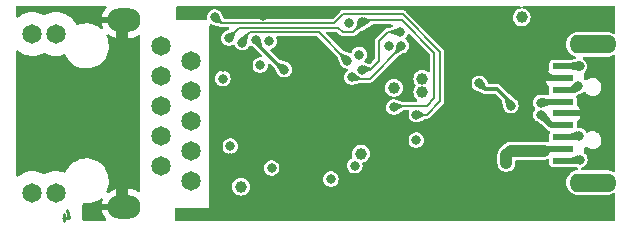
<source format=gbr>
%TF.GenerationSoftware,KiCad,Pcbnew,7.0.9-7.0.9~ubuntu22.04.1*%
%TF.CreationDate,2024-07-08T15:30:03+03:00*%
%TF.ProjectId,USB-GIGABIT_Rev_E,5553422d-4749-4474-9142-49545f526576,E*%
%TF.SameCoordinates,PX3473bc0PY4bd12e0*%
%TF.FileFunction,Copper,L4,Bot*%
%TF.FilePolarity,Positive*%
%FSLAX46Y46*%
G04 Gerber Fmt 4.6, Leading zero omitted, Abs format (unit mm)*
G04 Created by KiCad (PCBNEW 7.0.9-7.0.9~ubuntu22.04.1) date 2024-07-08 15:30:03*
%MOMM*%
%LPD*%
G01*
G04 APERTURE LIST*
%ADD10C,0.222250*%
%TA.AperFunction,NonConductor*%
%ADD11C,0.222250*%
%TD*%
%TA.AperFunction,ComponentPad*%
%ADD12C,1.300000*%
%TD*%
%TA.AperFunction,ComponentPad*%
%ADD13C,1.800000*%
%TD*%
%TA.AperFunction,ComponentPad*%
%ADD14C,1.650000*%
%TD*%
%TA.AperFunction,ComponentPad*%
%ADD15O,2.800000X2.000000*%
%TD*%
%TA.AperFunction,ComponentPad*%
%ADD16O,4.000000X1.600000*%
%TD*%
%TA.AperFunction,SMDPad,CuDef*%
%ADD17R,1.800000X0.500000*%
%TD*%
%TA.AperFunction,ViaPad*%
%ADD18C,0.800000*%
%TD*%
%TA.AperFunction,ViaPad*%
%ADD19C,1.000000*%
%TD*%
%TA.AperFunction,Conductor*%
%ADD20C,1.016000*%
%TD*%
%TA.AperFunction,Conductor*%
%ADD21C,0.508000*%
%TD*%
%TA.AperFunction,Conductor*%
%ADD22C,0.304800*%
%TD*%
%TA.AperFunction,Conductor*%
%ADD23C,0.152400*%
%TD*%
%TA.AperFunction,Conductor*%
%ADD24C,0.254000*%
%TD*%
G04 APERTURE END LIST*
D10*
D11*
X4459116Y965020D02*
X4459116Y372353D01*
X4670783Y1303686D02*
X4882449Y668686D01*
X4882449Y668686D02*
X4332116Y668686D01*
D12*
X27465988Y10694500D03*
X24265988Y10694500D03*
D13*
X25865988Y9094500D03*
D12*
X27465988Y7494500D03*
X24265988Y7494500D03*
D14*
X12691500Y15215000D03*
X15231500Y13945000D03*
X12691500Y12675000D03*
X15231500Y11405000D03*
X12691500Y10135000D03*
X15231500Y8865000D03*
X12691500Y7595000D03*
X15231500Y6325000D03*
X12691500Y5055000D03*
X15231500Y3785000D03*
X3801500Y16231000D03*
X1769500Y16231000D03*
X3801500Y2769000D03*
X1769500Y2769000D03*
D15*
X9541500Y17400000D03*
X9541500Y1600000D03*
D16*
X49200000Y15350000D03*
X49200000Y3650000D03*
D17*
X46700000Y6500000D03*
X46700000Y8500000D03*
X46700000Y10500000D03*
X46700000Y12500000D03*
X46700000Y13500000D03*
X46700000Y11500000D03*
X46700000Y9500000D03*
X46700000Y7500000D03*
X46700000Y5500000D03*
D18*
X24883000Y3554000D03*
D19*
X40758000Y10539000D03*
X43044000Y14984000D03*
X42155000Y8507000D03*
X43679000Y16381000D03*
X37710000Y17270000D03*
D18*
X25899000Y14476000D03*
X17898000Y13460000D03*
D19*
X40758000Y12825000D03*
X38218000Y13460000D03*
X21200000Y2157000D03*
X46854000Y1141000D03*
X44949000Y13206000D03*
X19295000Y1014000D03*
D18*
X21327000Y17778000D03*
X24883000Y4443000D03*
X18533000Y5713000D03*
X22724000Y18159000D03*
X20311000Y14603000D03*
X19694500Y9142000D03*
D19*
X48759000Y8761000D03*
D18*
X33265000Y6475000D03*
D19*
X33392000Y12571000D03*
D18*
X31614000Y5078000D03*
X30217000Y16254000D03*
D19*
X22978000Y1014000D03*
X48759000Y10031000D03*
D18*
X34281000Y7237000D03*
X28566000Y17143000D03*
D19*
X29582000Y6104503D03*
X19422000Y3300000D03*
D18*
X21073000Y13587000D03*
D19*
X43195230Y17626770D03*
X32376000Y11682000D03*
D18*
X31995000Y15238000D03*
D19*
X9389000Y7872000D03*
X6595000Y7872000D03*
X8881000Y4189000D03*
X9389000Y10920000D03*
X1388000Y7618000D03*
X1388000Y10666000D03*
X1388000Y13968000D03*
X3801000Y10666000D03*
D18*
X39615000Y12044500D03*
X42282000Y10158000D03*
X27042000Y3935000D03*
X29455000Y14476000D03*
D19*
X34789000Y11301000D03*
D18*
X29074000Y5078000D03*
X17898000Y12444000D03*
X18533000Y6729000D03*
D19*
X34789000Y12444000D03*
D18*
X22033476Y4879524D03*
X21835000Y15619000D03*
X33011000Y15238000D03*
X28820000Y12571000D03*
X20692000Y15746000D03*
X23105000Y13206000D03*
X47997000Y11809000D03*
X48098600Y13500000D03*
D19*
X41901000Y5332000D03*
X42282000Y6348000D03*
D18*
X34281000Y9396000D03*
X17212200Y17651000D03*
X18406000Y15873000D03*
X29709000Y17270000D03*
X32376000Y10031000D03*
X44822000Y10412000D03*
X44822000Y9396000D03*
X48060108Y7618000D03*
X48124000Y5586000D03*
X32884000Y16381000D03*
X29709000Y13206000D03*
X28439000Y13968000D03*
X19549000Y15492000D03*
D20*
X48759000Y9523000D02*
X48759000Y8761000D01*
D21*
X48736000Y9500000D02*
X48759000Y9523000D01*
D20*
X48759000Y10031000D02*
X48759000Y9523000D01*
D21*
X46700000Y9500000D02*
X48736000Y9500000D01*
X45655000Y12500000D02*
X46703500Y12500000D01*
X44949000Y13206000D02*
X45655000Y12500000D01*
D20*
X9541500Y17400000D02*
X9389000Y17247500D01*
X9389000Y17247500D02*
X9389000Y1752500D01*
X9389000Y1752500D02*
X9541500Y1600000D01*
D22*
X40104500Y11555000D02*
X39615000Y12044500D01*
X42282000Y10412000D02*
X41139000Y11555000D01*
X41139000Y11555000D02*
X40104500Y11555000D01*
X42282000Y10158000D02*
X42282000Y10412000D01*
D23*
X30344000Y12444000D02*
X33011000Y15111000D01*
X33011000Y15111000D02*
X33011000Y15238000D01*
X28947000Y12444000D02*
X30344000Y12444000D01*
X28820000Y12571000D02*
X28947000Y12444000D01*
D24*
X20692000Y15492000D02*
X22978000Y13206000D01*
X20692000Y15746000D02*
X20692000Y15492000D01*
X22978000Y13206000D02*
X23105000Y13206000D01*
D21*
X47997000Y11809000D02*
X47688000Y11500000D01*
X47688000Y11500000D02*
X46700000Y11500000D01*
X48098600Y13500000D02*
X46700000Y13500000D01*
D20*
X41901000Y5967000D02*
X41901000Y5332000D01*
D21*
X46700000Y6500000D02*
X45228000Y6500000D01*
X45228000Y6500000D02*
X45076000Y6348000D01*
D20*
X42282000Y6348000D02*
X41901000Y5967000D01*
X42282000Y6348000D02*
X45076000Y6348000D01*
D23*
X27296000Y17143000D02*
X28058000Y17905000D01*
X28058000Y17905000D02*
X33138000Y17905000D01*
X33138000Y17905000D02*
X36313000Y14730000D01*
X17212200Y17651000D02*
X17720200Y17143000D01*
X35170000Y9396000D02*
X34281000Y9396000D01*
X36313000Y14730000D02*
X36313000Y10539000D01*
X17720200Y17143000D02*
X27296000Y17143000D01*
X36313000Y10539000D02*
X35170000Y9396000D01*
X35805000Y14603000D02*
X33036400Y17371600D01*
X29810600Y17371600D02*
X29709000Y17270000D01*
X27677000Y16762000D02*
X28058000Y16381000D01*
X28058000Y16381000D02*
X28947000Y16381000D01*
X32503000Y10158000D02*
X35170000Y10158000D01*
X19295000Y16762000D02*
X27677000Y16762000D01*
X28947000Y16381000D02*
X29709000Y17143000D01*
X35170000Y10158000D02*
X35805000Y10793000D01*
X32376000Y10031000D02*
X32503000Y10158000D01*
X29709000Y17143000D02*
X29709000Y17270000D01*
X35805000Y10793000D02*
X35805000Y14603000D01*
X33036400Y17371600D02*
X29810600Y17371600D01*
X18406000Y15873000D02*
X19295000Y16762000D01*
D21*
X44910000Y10500000D02*
X44822000Y10412000D01*
X46700000Y10500000D02*
X44910000Y10500000D01*
X45718000Y8500000D02*
X44822000Y9396000D01*
X46700000Y8500000D02*
X45718000Y8500000D01*
X48060108Y7618000D02*
X47942108Y7500000D01*
X47942108Y7500000D02*
X46700000Y7500000D01*
X48038000Y5500000D02*
X46700000Y5500000D01*
X48124000Y5586000D02*
X48038000Y5500000D01*
D23*
X31106000Y15619000D02*
X31106000Y13968000D01*
X32884000Y16381000D02*
X31868000Y16381000D01*
X31868000Y16381000D02*
X31106000Y15619000D01*
X30344000Y13206000D02*
X29709000Y13206000D01*
X31106000Y13968000D02*
X30344000Y13206000D01*
X26026000Y16381000D02*
X28439000Y13968000D01*
X19549000Y15746000D02*
X20184000Y16381000D01*
X20184000Y16381000D02*
X26026000Y16381000D01*
X19549000Y15492000D02*
X19549000Y15746000D01*
%TA.AperFunction,Conductor*%
G36*
X7695615Y2336405D02*
G01*
X7746562Y2286959D01*
X7762688Y2217818D01*
X7756062Y2184015D01*
X7682417Y1969495D01*
X7682415Y1969486D01*
X7662477Y1850001D01*
X7662477Y1850000D01*
X8707814Y1850000D01*
X8682007Y1809844D01*
X8641500Y1671889D01*
X8641500Y1528111D01*
X8682007Y1390156D01*
X8707814Y1350000D01*
X7662477Y1350000D01*
X7682415Y1230515D01*
X7682417Y1230506D01*
X7763130Y995395D01*
X7763132Y995393D01*
X7881445Y776767D01*
X7881451Y776758D01*
X8030789Y584891D01*
X8056846Y518849D01*
X8043061Y449204D01*
X7993811Y398067D01*
X7931358Y381500D01*
X6136345Y381500D01*
X6068224Y401502D01*
X6021731Y455158D01*
X6010345Y507500D01*
X6010345Y1766865D01*
X6030347Y1834986D01*
X6084003Y1881479D01*
X6154275Y1891583D01*
X6194861Y1885610D01*
X6202400Y1884500D01*
X6202401Y1884500D01*
X6410965Y1884500D01*
X6443815Y1886905D01*
X6618955Y1899723D01*
X6890497Y1960212D01*
X7150338Y2059592D01*
X7392940Y2195747D01*
X7559881Y2324656D01*
X7626023Y2350458D01*
X7695615Y2336405D01*
G37*
%TD.AperFunction*%
%TA.AperFunction,Conductor*%
G36*
X9791500Y15900000D02*
G01*
X10003545Y15900000D01*
X10189243Y15915389D01*
X10430216Y15976412D01*
X10657864Y16076267D01*
X10657870Y16076271D01*
X10718085Y16115610D01*
X10786053Y16136123D01*
X10854322Y16116634D01*
X10901217Y16063329D01*
X10913000Y16010127D01*
X10913000Y15716139D01*
X10910121Y15689356D01*
X10864087Y15477739D01*
X10845296Y15215000D01*
X10864087Y14952262D01*
X10864088Y14952258D01*
X10890112Y14832624D01*
X10910121Y14740646D01*
X10913000Y14713863D01*
X10913000Y13176139D01*
X10910121Y13149356D01*
X10864087Y12937739D01*
X10845296Y12675000D01*
X10864087Y12412262D01*
X10910121Y12200646D01*
X10913000Y12173863D01*
X10913000Y10636139D01*
X10910121Y10609356D01*
X10864087Y10397739D01*
X10845296Y10135000D01*
X10864087Y9872262D01*
X10910121Y9660646D01*
X10913000Y9633863D01*
X10913000Y8096139D01*
X10910121Y8069356D01*
X10864087Y7857739D01*
X10845296Y7595000D01*
X10864087Y7332262D01*
X10910121Y7120646D01*
X10913000Y7093863D01*
X10913000Y5556139D01*
X10910121Y5529356D01*
X10864087Y5317739D01*
X10845296Y5055000D01*
X10864087Y4792262D01*
X10864088Y4792258D01*
X10893660Y4656314D01*
X10910121Y4580646D01*
X10913000Y4553863D01*
X10913000Y2989874D01*
X10892998Y2921753D01*
X10839342Y2875260D01*
X10769068Y2865156D01*
X10718086Y2884390D01*
X10657867Y2923732D01*
X10657864Y2923734D01*
X10430215Y3023589D01*
X10430217Y3023589D01*
X10189243Y3084612D01*
X10003545Y3100000D01*
X9791500Y3100000D01*
X9791500Y2100000D01*
X9291500Y2100000D01*
X9291500Y3100000D01*
X9079455Y3100000D01*
X8893756Y3084612D01*
X8652783Y3023589D01*
X8425136Y2923734D01*
X8237447Y2801112D01*
X8169478Y2780600D01*
X8101209Y2800090D01*
X8054315Y2853395D01*
X8043683Y2923591D01*
X8056474Y2964207D01*
X8095297Y3039717D01*
X8185121Y3303014D01*
X8235652Y3576584D01*
X8245813Y3854596D01*
X8215386Y4131124D01*
X8202314Y4181123D01*
X8145019Y4400279D01*
X8104918Y4494644D01*
X8036216Y4656314D01*
X7891292Y4893781D01*
X7713337Y5107617D01*
X7506143Y5293263D01*
X7274127Y5446763D01*
X7138360Y5510408D01*
X7022234Y5564846D01*
X6942763Y5588756D01*
X6755831Y5644995D01*
X6755826Y5644996D01*
X6755822Y5644997D01*
X6480603Y5685500D01*
X6480599Y5685500D01*
X6272037Y5685500D01*
X6272035Y5685500D01*
X6064041Y5670277D01*
X5792509Y5609790D01*
X5792497Y5609786D01*
X5532661Y5510408D01*
X5290059Y5374253D01*
X5069866Y5204225D01*
X5069865Y5204224D01*
X4876780Y5003954D01*
X4714904Y4777693D01*
X4600455Y4555087D01*
X4551519Y4503651D01*
X4482542Y4486836D01*
X4444366Y4494644D01*
X4420217Y4503651D01*
X4321636Y4540420D01*
X4136718Y4580646D01*
X4064238Y4596413D01*
X3801500Y4615204D01*
X3538761Y4596413D01*
X3281366Y4540421D01*
X3034557Y4448366D01*
X2845885Y4345343D01*
X2776511Y4330252D01*
X2725115Y4345343D01*
X2536442Y4448366D01*
X2289633Y4540421D01*
X2032238Y4596413D01*
X1769500Y4615204D01*
X1506761Y4596413D01*
X1249366Y4540421D01*
X1002557Y4448366D01*
X771367Y4322126D01*
X583009Y4181123D01*
X516489Y4156312D01*
X447115Y4171403D01*
X396912Y4221606D01*
X381500Y4281991D01*
X381500Y14718010D01*
X401502Y14786131D01*
X455158Y14832624D01*
X525432Y14842728D01*
X583005Y14818880D01*
X771367Y14677874D01*
X1002559Y14551634D01*
X1249364Y14459580D01*
X1506758Y14403588D01*
X1769500Y14384796D01*
X2032242Y14403588D01*
X2289636Y14459580D01*
X2536441Y14551634D01*
X2725117Y14654659D01*
X2794488Y14669750D01*
X2845881Y14654660D01*
X3034559Y14551634D01*
X3281364Y14459580D01*
X3538758Y14403588D01*
X3801500Y14384796D01*
X4064242Y14403588D01*
X4321636Y14459580D01*
X4446908Y14506306D01*
X4517723Y14511371D01*
X4580036Y14477346D01*
X4606905Y14437529D01*
X4646783Y14343687D01*
X4646784Y14343686D01*
X4791708Y14106219D01*
X4969663Y13892383D01*
X5176857Y13706737D01*
X5408873Y13553237D01*
X5660767Y13435154D01*
X5927169Y13355005D01*
X6202395Y13314501D01*
X6202398Y13314500D01*
X6202401Y13314500D01*
X6410965Y13314500D01*
X6443815Y13316905D01*
X6618955Y13329723D01*
X6890497Y13390212D01*
X7150338Y13489592D01*
X7392940Y13625747D01*
X7613132Y13795774D01*
X7806222Y13996049D01*
X7968093Y14222304D01*
X8095297Y14469717D01*
X8185121Y14733014D01*
X8235652Y15006584D01*
X8245813Y15284596D01*
X8215386Y15561124D01*
X8145020Y15830276D01*
X8054748Y16042703D01*
X8046516Y16113218D01*
X8077714Y16176993D01*
X8138439Y16213776D01*
X8209410Y16211890D01*
X8239628Y16197463D01*
X8425129Y16076271D01*
X8425135Y16076267D01*
X8652784Y15976412D01*
X8652782Y15976412D01*
X8893756Y15915389D01*
X9079455Y15900000D01*
X9291500Y15900000D01*
X9291500Y16900000D01*
X9791500Y16900000D01*
X9791500Y15900000D01*
G37*
%TD.AperFunction*%
%TA.AperFunction,Conductor*%
G36*
X7999479Y18598498D02*
G01*
X8045972Y18544842D01*
X8056076Y18474568D01*
X8030789Y18415109D01*
X7881451Y18223243D01*
X7881445Y18223234D01*
X7763132Y18004608D01*
X7763130Y18004606D01*
X7682417Y17769495D01*
X7682415Y17769486D01*
X7662477Y17650001D01*
X7662477Y17650000D01*
X8707814Y17650000D01*
X8682007Y17609844D01*
X8641500Y17471889D01*
X8641500Y17328111D01*
X8682007Y17190156D01*
X8707814Y17150000D01*
X7662477Y17150000D01*
X7682415Y17030515D01*
X7682417Y17030506D01*
X7755953Y16816303D01*
X7759153Y16745378D01*
X7723501Y16683983D01*
X7660315Y16651609D01*
X7589657Y16658534D01*
X7552699Y16681549D01*
X7506143Y16723263D01*
X7274127Y16876763D01*
X7022234Y16994846D01*
X6903675Y17030515D01*
X6755831Y17074995D01*
X6755826Y17074996D01*
X6755822Y17074997D01*
X6480603Y17115500D01*
X6480599Y17115500D01*
X6272037Y17115500D01*
X6272035Y17115500D01*
X6064041Y17100277D01*
X5792509Y17039790D01*
X5792497Y17039786D01*
X5618636Y16973290D01*
X5547865Y16967637D01*
X5485272Y17001144D01*
X5463039Y17030588D01*
X5354626Y17229133D01*
X5196768Y17440007D01*
X5196766Y17440009D01*
X5196758Y17440018D01*
X5010517Y17626259D01*
X5010508Y17626267D01*
X5005524Y17629998D01*
X4799633Y17784126D01*
X4615482Y17884680D01*
X4568442Y17910366D01*
X4321633Y18002421D01*
X4064238Y18058413D01*
X3801500Y18077204D01*
X3538761Y18058413D01*
X3281366Y18002421D01*
X3034557Y17910366D01*
X2845885Y17807343D01*
X2776511Y17792252D01*
X2725115Y17807343D01*
X2536442Y17910366D01*
X2289633Y18002421D01*
X2032238Y18058413D01*
X1769500Y18077204D01*
X1506761Y18058413D01*
X1249366Y18002421D01*
X1002557Y17910366D01*
X846134Y17824952D01*
X771367Y17784126D01*
X592196Y17650000D01*
X583009Y17643123D01*
X516489Y17618312D01*
X447115Y17633403D01*
X396912Y17683606D01*
X381500Y17743991D01*
X381500Y18492500D01*
X401502Y18560621D01*
X455158Y18607114D01*
X507500Y18618500D01*
X7931358Y18618500D01*
X7999479Y18598498D01*
G37*
%TD.AperFunction*%
%TA.AperFunction,Conductor*%
G36*
X43082825Y18598498D02*
G01*
X43129318Y18544842D01*
X43139422Y18474568D01*
X43109928Y18409988D01*
X43050202Y18371604D01*
X43028820Y18367294D01*
X43026276Y18367007D01*
X43026273Y18367007D01*
X43026273Y18367006D01*
X42865792Y18310852D01*
X42865790Y18310851D01*
X42721830Y18220395D01*
X42721827Y18220393D01*
X42601607Y18100173D01*
X42601605Y18100170D01*
X42511149Y17956210D01*
X42511148Y17956208D01*
X42459562Y17808782D01*
X42454993Y17795724D01*
X42435956Y17626770D01*
X42454993Y17457816D01*
X42469789Y17415531D01*
X42511148Y17297333D01*
X42511149Y17297331D01*
X42601605Y17153371D01*
X42601607Y17153368D01*
X42721827Y17033148D01*
X42721830Y17033146D01*
X42865793Y16942688D01*
X43026276Y16886533D01*
X43195230Y16867496D01*
X43364184Y16886533D01*
X43524667Y16942688D01*
X43668630Y17033146D01*
X43788854Y17153370D01*
X43879312Y17297333D01*
X43935467Y17457816D01*
X43954504Y17626770D01*
X43935467Y17795724D01*
X43879312Y17956207D01*
X43788854Y18100170D01*
X43788852Y18100173D01*
X43668632Y18220393D01*
X43668629Y18220395D01*
X43524669Y18310851D01*
X43524667Y18310852D01*
X43364184Y18367007D01*
X43361645Y18367294D01*
X43360119Y18367935D01*
X43357286Y18368581D01*
X43357399Y18369078D01*
X43296195Y18394796D01*
X43256002Y18453320D01*
X43253831Y18524284D01*
X43290369Y18585156D01*
X43354018Y18616611D01*
X43375756Y18618500D01*
X50992500Y18618500D01*
X51060621Y18598498D01*
X51107114Y18544842D01*
X51118500Y18492500D01*
X51118500Y16371857D01*
X51098498Y16303736D01*
X51044842Y16257243D01*
X50974568Y16247139D01*
X50933104Y16260735D01*
X50805492Y16328945D01*
X50606718Y16389242D01*
X50606717Y16389243D01*
X50606711Y16389244D01*
X50451807Y16404500D01*
X50451801Y16404500D01*
X47948199Y16404500D01*
X47948192Y16404500D01*
X47793288Y16389244D01*
X47594507Y16328945D01*
X47411313Y16231026D01*
X47411313Y16231025D01*
X47250747Y16099253D01*
X47118975Y15938687D01*
X47118974Y15938687D01*
X47021055Y15755493D01*
X46960756Y15556712D01*
X46940398Y15350004D01*
X46940398Y15349997D01*
X46960756Y15143289D01*
X47021055Y14944508D01*
X47118974Y14761314D01*
X47250747Y14600748D01*
X47411313Y14468976D01*
X47411313Y14468975D01*
X47451419Y14447538D01*
X47594508Y14371055D01*
X47712415Y14335289D01*
X47771794Y14296375D01*
X47800710Y14231534D01*
X47789980Y14161353D01*
X47743011Y14108114D01*
X47698460Y14090762D01*
X47258929Y14010547D01*
X47236307Y14008500D01*
X46663630Y14008500D01*
X46644724Y14005782D01*
X46626796Y14004500D01*
X45774936Y14004500D01*
X45774926Y14004499D01*
X45700699Y13989735D01*
X45616515Y13933484D01*
X45560266Y13849303D01*
X45545500Y13775070D01*
X45545500Y13257127D01*
X45525498Y13189006D01*
X45495011Y13156260D01*
X45437094Y13112903D01*
X45349555Y12995966D01*
X45349555Y12995965D01*
X45298505Y12859094D01*
X45292000Y12798598D01*
X45292000Y12750000D01*
X46824000Y12750000D01*
X46892121Y12729998D01*
X46938614Y12676342D01*
X46950000Y12624000D01*
X46950000Y12376000D01*
X46929998Y12307879D01*
X46876342Y12261386D01*
X46824000Y12250000D01*
X45292000Y12250000D01*
X45292000Y12201403D01*
X45298505Y12140907D01*
X45349555Y12004036D01*
X45349555Y12004035D01*
X45437093Y11887099D01*
X45495009Y11843744D01*
X45537555Y11786908D01*
X45545500Y11742875D01*
X45545500Y11224937D01*
X45545501Y11224927D01*
X45554840Y11177979D01*
X45548511Y11107265D01*
X45504957Y11051198D01*
X45438004Y11027580D01*
X45421947Y11027744D01*
X44906721Y11065933D01*
X44903788Y11066219D01*
X44901473Y11066500D01*
X44901471Y11066500D01*
X44901392Y11066500D01*
X44896751Y11066672D01*
X44849091Y11070204D01*
X44843625Y11070413D01*
X44834345Y11070602D01*
X44834344Y11070602D01*
X44834342Y11070602D01*
X44834338Y11070602D01*
X44834336Y11070601D01*
X44825469Y11068860D01*
X44801196Y11066500D01*
X44742527Y11066500D01*
X44588209Y11028464D01*
X44588202Y11028461D01*
X44447474Y10954602D01*
X44447469Y10954598D01*
X44328501Y10849200D01*
X44238215Y10718399D01*
X44238212Y10718393D01*
X44181849Y10569780D01*
X44162693Y10412004D01*
X44162693Y10411997D01*
X44181849Y10254221D01*
X44221111Y10150699D01*
X44235444Y10112905D01*
X44238212Y10105608D01*
X44238215Y10105602D01*
X44327965Y9975576D01*
X44350201Y9908151D01*
X44332454Y9839408D01*
X44327965Y9832424D01*
X44238215Y9702399D01*
X44238212Y9702393D01*
X44181849Y9553780D01*
X44162693Y9396004D01*
X44162693Y9395997D01*
X44181849Y9238221D01*
X44238212Y9089608D01*
X44238215Y9089602D01*
X44328500Y8958801D01*
X44328501Y8958800D01*
X44328502Y8958799D01*
X44394681Y8900170D01*
X44398131Y8896871D01*
X44403098Y8891744D01*
X44404949Y8890464D01*
X44410908Y8885794D01*
X44447471Y8853401D01*
X44490122Y8831017D01*
X44496671Y8827054D01*
X45054722Y8441256D01*
X45072165Y8426707D01*
X45310199Y8188673D01*
X45327101Y8167700D01*
X45329748Y8163581D01*
X45329750Y8163578D01*
X45369570Y8129075D01*
X45372850Y8126022D01*
X45384152Y8114720D01*
X45391176Y8109462D01*
X45396932Y8105153D01*
X45400435Y8102329D01*
X45436614Y8070980D01*
X45440257Y8067824D01*
X45442602Y8066754D01*
X45444708Y8065791D01*
X45467877Y8052044D01*
X45471792Y8049113D01*
X45471794Y8049113D01*
X45471796Y8049111D01*
X45500284Y8038486D01*
X45557120Y7995941D01*
X45581932Y7929421D01*
X45566842Y7860047D01*
X45561019Y7850430D01*
X45560266Y7849304D01*
X45545500Y7775070D01*
X45545500Y7224937D01*
X45545501Y7224927D01*
X45552533Y7189577D01*
X45546204Y7118863D01*
X45502649Y7062796D01*
X45435696Y7039178D01*
X45372406Y7052399D01*
X45338569Y7069393D01*
X45338566Y7069394D01*
X45313220Y7075401D01*
X45165123Y7110500D01*
X45165121Y7110500D01*
X42346727Y7110500D01*
X42328467Y7111830D01*
X42304327Y7115366D01*
X42304325Y7115366D01*
X42304324Y7115366D01*
X42284292Y7113614D01*
X42251449Y7110740D01*
X42245965Y7110500D01*
X42237583Y7110500D01*
X42204472Y7106630D01*
X42126765Y7099832D01*
X42119578Y7098347D01*
X42119565Y7098406D01*
X42112081Y7096747D01*
X42112095Y7096689D01*
X42104950Y7094996D01*
X42031627Y7068308D01*
X41957559Y7043766D01*
X41950913Y7040666D01*
X41950888Y7040720D01*
X41943987Y7037379D01*
X41944014Y7037325D01*
X41937463Y7034036D01*
X41904216Y7012170D01*
X41872276Y6991162D01*
X41837591Y6969767D01*
X41805848Y6950187D01*
X41800097Y6945639D01*
X41800060Y6945686D01*
X41794122Y6940850D01*
X41794161Y6940804D01*
X41788540Y6936088D01*
X41734994Y6879333D01*
X41407602Y6551942D01*
X41393753Y6539972D01*
X41374179Y6525399D01*
X41374176Y6525397D01*
X41340056Y6484735D01*
X41336349Y6480689D01*
X41330428Y6474767D01*
X41330428Y6474766D01*
X41309754Y6448621D01*
X41259604Y6388853D01*
X41255574Y6382725D01*
X41255523Y6382758D01*
X41251405Y6376294D01*
X41251455Y6376263D01*
X41247607Y6370026D01*
X41214625Y6299295D01*
X41179604Y6229562D01*
X41177095Y6222668D01*
X41177039Y6222689D01*
X41174525Y6215455D01*
X41174582Y6215436D01*
X41172275Y6208476D01*
X41156498Y6132066D01*
X41138499Y6056122D01*
X41137648Y6048833D01*
X41137587Y6048841D01*
X41136809Y6041227D01*
X41136871Y6041221D01*
X41136231Y6033910D01*
X41138500Y5955925D01*
X41138500Y5287586D01*
X41154001Y5154959D01*
X41154002Y5154957D01*
X41214964Y4987464D01*
X41214967Y4987458D01*
X41312910Y4838543D01*
X41312914Y4838539D01*
X41312915Y4838538D01*
X41383863Y4771602D01*
X41442567Y4716217D01*
X41573191Y4640801D01*
X41596933Y4627094D01*
X41767692Y4575972D01*
X41945637Y4565608D01*
X42121176Y4596560D01*
X42121181Y4596562D01*
X42284839Y4667157D01*
X42284840Y4667158D01*
X42284839Y4667158D01*
X42284845Y4667160D01*
X42427822Y4773602D01*
X42542396Y4910147D01*
X42622394Y5069434D01*
X42663500Y5242877D01*
X42663500Y5459500D01*
X42683502Y5527621D01*
X42737158Y5574114D01*
X42789500Y5585500D01*
X45120415Y5585500D01*
X45199990Y5594802D01*
X45253042Y5601002D01*
X45376406Y5645904D01*
X45447259Y5650406D01*
X45509299Y5615888D01*
X45542829Y5553308D01*
X45545500Y5527502D01*
X45545500Y5224937D01*
X45545501Y5224927D01*
X45560265Y5150700D01*
X45616516Y5066516D01*
X45700697Y5010267D01*
X45700699Y5010266D01*
X45774933Y4995500D01*
X46626795Y4995501D01*
X46644730Y4994218D01*
X46663631Y4991500D01*
X46663632Y4991500D01*
X47296671Y4991500D01*
X47325986Y4987476D01*
X47325992Y4987506D01*
X47326785Y4987366D01*
X47330623Y4986840D01*
X47332082Y4986431D01*
X47853523Y4946469D01*
X47919915Y4921320D01*
X47962172Y4864268D01*
X47966877Y4793428D01*
X47932535Y4731289D01*
X47870050Y4697582D01*
X47856244Y4695444D01*
X47793288Y4689244D01*
X47594507Y4628945D01*
X47411313Y4531026D01*
X47411313Y4531025D01*
X47250747Y4399253D01*
X47118975Y4238687D01*
X47118974Y4238687D01*
X47021055Y4055493D01*
X46960756Y3856712D01*
X46940398Y3650004D01*
X46940398Y3649997D01*
X46960756Y3443289D01*
X46960757Y3443283D01*
X46960758Y3443282D01*
X47004222Y3300000D01*
X47021055Y3244508D01*
X47118974Y3061314D01*
X47250747Y2900748D01*
X47411313Y2768976D01*
X47411313Y2768975D01*
X47453216Y2746578D01*
X47594508Y2671055D01*
X47793282Y2610758D01*
X47793286Y2610758D01*
X47793288Y2610757D01*
X47881340Y2602085D01*
X47948199Y2595500D01*
X47948208Y2595500D01*
X50451792Y2595500D01*
X50451801Y2595500D01*
X50539859Y2604174D01*
X50606711Y2610757D01*
X50606712Y2610758D01*
X50606718Y2610758D01*
X50805492Y2671055D01*
X50933106Y2739267D01*
X51002609Y2753738D01*
X51068906Y2728335D01*
X51110944Y2671122D01*
X51118500Y2628144D01*
X51118500Y507500D01*
X51098498Y439379D01*
X51044842Y392886D01*
X50992500Y381500D01*
X13960000Y381500D01*
X13891879Y401502D01*
X13845386Y455158D01*
X13834000Y507500D01*
X13834000Y1396000D01*
X13854002Y1464121D01*
X13907658Y1510614D01*
X13960000Y1522000D01*
X16755000Y1522000D01*
X16755000Y3300000D01*
X18662726Y3300000D01*
X18681763Y3131046D01*
X18706162Y3061317D01*
X18737918Y2970563D01*
X18737919Y2970561D01*
X18828375Y2826601D01*
X18828377Y2826598D01*
X18948597Y2706378D01*
X18948600Y2706376D01*
X19092563Y2615918D01*
X19253046Y2559763D01*
X19422000Y2540726D01*
X19590954Y2559763D01*
X19751437Y2615918D01*
X19895400Y2706376D01*
X20015624Y2826600D01*
X20106082Y2970563D01*
X20162237Y3131046D01*
X20181274Y3300000D01*
X20162237Y3468954D01*
X20106082Y3629437D01*
X20015624Y3773400D01*
X20015622Y3773403D01*
X19895402Y3893623D01*
X19895399Y3893625D01*
X19829556Y3934997D01*
X26382693Y3934997D01*
X26401849Y3777221D01*
X26448547Y3654091D01*
X26458213Y3628605D01*
X26548502Y3497799D01*
X26667471Y3392401D01*
X26667472Y3392401D01*
X26667474Y3392399D01*
X26742200Y3353180D01*
X26808207Y3318537D01*
X26962529Y3280500D01*
X26962530Y3280500D01*
X27121470Y3280500D01*
X27121471Y3280500D01*
X27275793Y3318537D01*
X27416529Y3392401D01*
X27535498Y3497799D01*
X27625787Y3628605D01*
X27682149Y3777218D01*
X27682149Y3777219D01*
X27682150Y3777221D01*
X27701307Y3934997D01*
X27701307Y3935004D01*
X27682150Y4092780D01*
X27668538Y4128669D01*
X27625787Y4241395D01*
X27535498Y4372201D01*
X27416529Y4477599D01*
X27416528Y4477600D01*
X27416525Y4477602D01*
X27275797Y4551461D01*
X27275795Y4551462D01*
X27275793Y4551463D01*
X27275791Y4551464D01*
X27275790Y4551464D01*
X27121472Y4589500D01*
X27121471Y4589500D01*
X26962529Y4589500D01*
X26962527Y4589500D01*
X26808209Y4551464D01*
X26808202Y4551461D01*
X26667474Y4477602D01*
X26667469Y4477598D01*
X26548501Y4372200D01*
X26458215Y4241399D01*
X26458212Y4241393D01*
X26401849Y4092780D01*
X26382693Y3935004D01*
X26382693Y3934997D01*
X19829556Y3934997D01*
X19751439Y3984081D01*
X19751437Y3984082D01*
X19590954Y4040237D01*
X19422000Y4059274D01*
X19253046Y4040237D01*
X19253043Y4040237D01*
X19253043Y4040236D01*
X19092562Y3984082D01*
X19092560Y3984081D01*
X18948600Y3893625D01*
X18948597Y3893623D01*
X18828377Y3773403D01*
X18828375Y3773400D01*
X18737919Y3629440D01*
X18737918Y3629438D01*
X18716301Y3567658D01*
X18681763Y3468954D01*
X18662726Y3300000D01*
X16755000Y3300000D01*
X16755000Y4879521D01*
X21374169Y4879521D01*
X21393325Y4721745D01*
X21438081Y4603736D01*
X21449689Y4573129D01*
X21539978Y4442323D01*
X21658947Y4336925D01*
X21658948Y4336925D01*
X21658950Y4336923D01*
X21733676Y4297704D01*
X21799683Y4263061D01*
X21954005Y4225024D01*
X21954006Y4225024D01*
X22112946Y4225024D01*
X22112947Y4225024D01*
X22267269Y4263061D01*
X22408005Y4336925D01*
X22526974Y4442323D01*
X22617263Y4573129D01*
X22673625Y4721742D01*
X22673625Y4721743D01*
X22673626Y4721745D01*
X22692783Y4879521D01*
X22692783Y4879528D01*
X22673626Y5037304D01*
X22658193Y5077997D01*
X28414693Y5077997D01*
X28433849Y4920221D01*
X28464828Y4838538D01*
X28490213Y4771605D01*
X28580502Y4640799D01*
X28699471Y4535401D01*
X28699472Y4535401D01*
X28699474Y4535399D01*
X28774200Y4496180D01*
X28840207Y4461537D01*
X28994529Y4423500D01*
X28994530Y4423500D01*
X29153470Y4423500D01*
X29153471Y4423500D01*
X29307793Y4461537D01*
X29448529Y4535401D01*
X29567498Y4640799D01*
X29657787Y4771605D01*
X29714149Y4920218D01*
X29714149Y4920219D01*
X29714150Y4920221D01*
X29733307Y5077997D01*
X29733307Y5078004D01*
X29713231Y5243349D01*
X29715893Y5243673D01*
X29718457Y5301902D01*
X29759430Y5359882D01*
X29796053Y5380047D01*
X29911437Y5420421D01*
X30055400Y5510879D01*
X30175624Y5631103D01*
X30266082Y5775066D01*
X30322237Y5935549D01*
X30341274Y6104503D01*
X30322237Y6273457D01*
X30266082Y6433940D01*
X30175624Y6577903D01*
X30175622Y6577906D01*
X30055402Y6698126D01*
X30055399Y6698128D01*
X29911439Y6788584D01*
X29911437Y6788585D01*
X29879383Y6799801D01*
X29750954Y6844740D01*
X29582000Y6863777D01*
X29413046Y6844740D01*
X29413043Y6844740D01*
X29413043Y6844739D01*
X29252562Y6788585D01*
X29252560Y6788584D01*
X29108600Y6698128D01*
X29108597Y6698126D01*
X28988377Y6577906D01*
X28988375Y6577903D01*
X28897919Y6433943D01*
X28897918Y6433941D01*
X28850804Y6299295D01*
X28841763Y6273457D01*
X28822726Y6104503D01*
X28841763Y5935549D01*
X28841764Y5935547D01*
X28876875Y5835204D01*
X28880494Y5764300D01*
X28845205Y5702694D01*
X28816502Y5682022D01*
X28699471Y5620600D01*
X28699469Y5620598D01*
X28580501Y5515200D01*
X28490215Y5384399D01*
X28490212Y5384393D01*
X28433849Y5235780D01*
X28414693Y5078004D01*
X28414693Y5077997D01*
X22658193Y5077997D01*
X22658190Y5078004D01*
X22617263Y5185919D01*
X22526974Y5316725D01*
X22408005Y5422123D01*
X22408004Y5422124D01*
X22408001Y5422126D01*
X22267273Y5495985D01*
X22267271Y5495986D01*
X22267269Y5495987D01*
X22267267Y5495988D01*
X22267266Y5495988D01*
X22112948Y5534024D01*
X22112947Y5534024D01*
X21954005Y5534024D01*
X21954003Y5534024D01*
X21799685Y5495988D01*
X21799678Y5495985D01*
X21658950Y5422126D01*
X21658945Y5422122D01*
X21539977Y5316724D01*
X21449691Y5185923D01*
X21449688Y5185917D01*
X21393325Y5037304D01*
X21374169Y4879528D01*
X21374169Y4879521D01*
X16755000Y4879521D01*
X16755000Y6728997D01*
X17873693Y6728997D01*
X17892849Y6571221D01*
X17914263Y6514759D01*
X17949213Y6422605D01*
X18039502Y6291799D01*
X18158471Y6186401D01*
X18158472Y6186401D01*
X18158474Y6186399D01*
X18233200Y6147180D01*
X18299207Y6112537D01*
X18453529Y6074500D01*
X18453530Y6074500D01*
X18612470Y6074500D01*
X18612471Y6074500D01*
X18766793Y6112537D01*
X18907529Y6186401D01*
X19026498Y6291799D01*
X19116787Y6422605D01*
X19173149Y6571218D01*
X19173149Y6571219D01*
X19173150Y6571221D01*
X19192307Y6728997D01*
X19192307Y6729004D01*
X19173150Y6886780D01*
X19154451Y6936085D01*
X19116787Y7035395D01*
X19026498Y7166201D01*
X18946586Y7236997D01*
X33621693Y7236997D01*
X33640849Y7079221D01*
X33677342Y6983000D01*
X33697213Y6930605D01*
X33787502Y6799799D01*
X33906471Y6694401D01*
X33906472Y6694401D01*
X33906474Y6694399D01*
X33981200Y6655180D01*
X34047207Y6620537D01*
X34201529Y6582500D01*
X34201530Y6582500D01*
X34360470Y6582500D01*
X34360471Y6582500D01*
X34514793Y6620537D01*
X34655529Y6694401D01*
X34774498Y6799799D01*
X34864787Y6930605D01*
X34921149Y7079218D01*
X34921149Y7079219D01*
X34921150Y7079221D01*
X34940307Y7236997D01*
X34940307Y7237004D01*
X34921150Y7394780D01*
X34907538Y7430669D01*
X34864787Y7543395D01*
X34774498Y7674201D01*
X34655529Y7779599D01*
X34655528Y7779600D01*
X34655525Y7779602D01*
X34514797Y7853461D01*
X34514795Y7853462D01*
X34514793Y7853463D01*
X34514791Y7853464D01*
X34514790Y7853464D01*
X34360472Y7891500D01*
X34360471Y7891500D01*
X34201529Y7891500D01*
X34201527Y7891500D01*
X34047209Y7853464D01*
X34047202Y7853461D01*
X33906474Y7779602D01*
X33906469Y7779598D01*
X33787501Y7674200D01*
X33697215Y7543399D01*
X33697212Y7543393D01*
X33640849Y7394780D01*
X33621693Y7237004D01*
X33621693Y7236997D01*
X18946586Y7236997D01*
X18907529Y7271599D01*
X18907528Y7271600D01*
X18907525Y7271602D01*
X18766797Y7345461D01*
X18766795Y7345462D01*
X18766793Y7345463D01*
X18766791Y7345464D01*
X18766790Y7345464D01*
X18612472Y7383500D01*
X18612471Y7383500D01*
X18453529Y7383500D01*
X18453527Y7383500D01*
X18299209Y7345464D01*
X18299202Y7345461D01*
X18158474Y7271602D01*
X18158469Y7271598D01*
X18039501Y7166200D01*
X17949215Y7035399D01*
X17949212Y7035393D01*
X17892849Y6886780D01*
X17873693Y6729004D01*
X17873693Y6728997D01*
X16755000Y6728997D01*
X16755000Y11682000D01*
X31616726Y11682000D01*
X31635763Y11513046D01*
X31665508Y11428040D01*
X31691918Y11352563D01*
X31691919Y11352561D01*
X31782375Y11208601D01*
X31782377Y11208598D01*
X31902597Y11088378D01*
X31902600Y11088376D01*
X32046563Y10997918D01*
X32207046Y10941763D01*
X32281715Y10933350D01*
X32347165Y10905847D01*
X32375208Y10865014D01*
X32411683Y10911047D01*
X32470282Y10933350D01*
X32544954Y10941763D01*
X32705437Y10997918D01*
X32849400Y11088376D01*
X32969624Y11208600D01*
X33060082Y11352563D01*
X33116237Y11513046D01*
X33135274Y11682000D01*
X33116237Y11850954D01*
X33060082Y12011437D01*
X32969624Y12155400D01*
X32969622Y12155403D01*
X32849402Y12275623D01*
X32849399Y12275625D01*
X32705439Y12366081D01*
X32705437Y12366082D01*
X32661940Y12381302D01*
X32544954Y12422237D01*
X32376000Y12441274D01*
X32207046Y12422237D01*
X32207043Y12422237D01*
X32207043Y12422236D01*
X32046562Y12366082D01*
X32046560Y12366081D01*
X31902600Y12275625D01*
X31902597Y12275623D01*
X31782377Y12155403D01*
X31782375Y12155400D01*
X31691919Y12011440D01*
X31691918Y12011438D01*
X31648278Y11886721D01*
X31635763Y11850954D01*
X31616726Y11682000D01*
X16755000Y11682000D01*
X16755000Y12443997D01*
X17238693Y12443997D01*
X17257849Y12286221D01*
X17295570Y12186761D01*
X17314213Y12137605D01*
X17404502Y12006799D01*
X17523471Y11901401D01*
X17523472Y11901401D01*
X17523474Y11901399D01*
X17548448Y11888292D01*
X17664207Y11827537D01*
X17818529Y11789500D01*
X17818530Y11789500D01*
X17977470Y11789500D01*
X17977471Y11789500D01*
X18131793Y11827537D01*
X18272529Y11901401D01*
X18391498Y12006799D01*
X18481787Y12137605D01*
X18538149Y12286218D01*
X18538149Y12286219D01*
X18538150Y12286221D01*
X18557307Y12443997D01*
X18557307Y12444004D01*
X18538150Y12601780D01*
X18515704Y12660964D01*
X18481787Y12750395D01*
X18391498Y12881201D01*
X18272529Y12986599D01*
X18272528Y12986600D01*
X18272525Y12986602D01*
X18131797Y13060461D01*
X18131795Y13060462D01*
X18131793Y13060463D01*
X18131791Y13060464D01*
X18131790Y13060464D01*
X17977472Y13098500D01*
X17977471Y13098500D01*
X17818529Y13098500D01*
X17818527Y13098500D01*
X17664209Y13060464D01*
X17664202Y13060461D01*
X17523474Y12986602D01*
X17523469Y12986598D01*
X17404501Y12881200D01*
X17314215Y12750399D01*
X17314212Y12750393D01*
X17257849Y12601780D01*
X17238693Y12444004D01*
X17238693Y12443997D01*
X16755000Y12443997D01*
X16755000Y16943361D01*
X16775002Y17011482D01*
X16828658Y17057975D01*
X16898932Y17068079D01*
X16939552Y17054930D01*
X16978407Y17034537D01*
X16990269Y17031614D01*
X16998541Y17028957D01*
X16999599Y17028535D01*
X16999610Y17028529D01*
X17500435Y16883776D01*
X17528435Y16871856D01*
X17539959Y16865203D01*
X17544595Y16862250D01*
X17578283Y16838660D01*
X17578285Y16838660D01*
X17583217Y16836360D01*
X17600240Y16829309D01*
X17605346Y16827450D01*
X17605347Y16827450D01*
X17605349Y16827449D01*
X17645862Y16820307D01*
X17651218Y16819119D01*
X17690933Y16808477D01*
X17718093Y16810854D01*
X17731896Y16812060D01*
X17737388Y16812300D01*
X17771691Y16812300D01*
X17776118Y16812144D01*
X17790082Y16811161D01*
X17790084Y16811162D01*
X17790086Y16811161D01*
X17790087Y16811162D01*
X17798478Y16811691D01*
X17798500Y16811343D01*
X17808222Y16812300D01*
X18337743Y16812300D01*
X18405864Y16792298D01*
X18452357Y16738642D01*
X18462461Y16668368D01*
X18432967Y16603788D01*
X18382093Y16568365D01*
X18299399Y16537268D01*
X18175930Y16490841D01*
X18175496Y16490706D01*
X18170054Y16488650D01*
X18169686Y16488480D01*
X18165133Y16486644D01*
X18165120Y16486637D01*
X18161456Y16484201D01*
X18155860Y16480885D01*
X18031469Y16415598D01*
X17912501Y16310200D01*
X17822215Y16179399D01*
X17822212Y16179393D01*
X17765849Y16030780D01*
X17746693Y15873004D01*
X17746693Y15872997D01*
X17765849Y15715221D01*
X17822212Y15566608D01*
X17822215Y15566602D01*
X17829042Y15556712D01*
X17912502Y15435799D01*
X18031471Y15330401D01*
X18031472Y15330401D01*
X18031474Y15330399D01*
X18072630Y15308799D01*
X18172207Y15256537D01*
X18326529Y15218500D01*
X18326530Y15218500D01*
X18485470Y15218500D01*
X18485471Y15218500D01*
X18639793Y15256537D01*
X18762823Y15321109D01*
X18832435Y15335055D01*
X18898537Y15309152D01*
X18939188Y15254223D01*
X18965209Y15185613D01*
X18965212Y15185608D01*
X18965213Y15185605D01*
X19055502Y15054799D01*
X19174471Y14949401D01*
X19174472Y14949401D01*
X19174474Y14949399D01*
X19208378Y14931605D01*
X19315207Y14875537D01*
X19469529Y14837500D01*
X19469530Y14837500D01*
X19628470Y14837500D01*
X19628471Y14837500D01*
X19782793Y14875537D01*
X19923529Y14949401D01*
X20042498Y15054799D01*
X20129697Y15181130D01*
X20184855Y15225829D01*
X20255424Y15233612D01*
X20310633Y15206919D01*
X20311195Y15207732D01*
X20316444Y15204110D01*
X20316944Y15203868D01*
X20317471Y15203401D01*
X20317472Y15203401D01*
X20317474Y15203399D01*
X20320593Y15201246D01*
X20335147Y15191866D01*
X20839189Y14799215D01*
X20839198Y14799210D01*
X20843549Y14796365D01*
X20843113Y14795700D01*
X20865406Y14779072D01*
X21187883Y14456595D01*
X21221909Y14394283D01*
X21216844Y14323468D01*
X21174297Y14266632D01*
X21107777Y14241821D01*
X21098788Y14241500D01*
X20993527Y14241500D01*
X20839209Y14203464D01*
X20839202Y14203461D01*
X20698474Y14129602D01*
X20698469Y14129598D01*
X20579501Y14024200D01*
X20489215Y13893399D01*
X20489212Y13893393D01*
X20432849Y13744780D01*
X20413693Y13587004D01*
X20413693Y13586997D01*
X20432849Y13429221D01*
X20465845Y13342221D01*
X20489213Y13280605D01*
X20579502Y13149799D01*
X20698471Y13044401D01*
X20698472Y13044401D01*
X20698474Y13044399D01*
X20738784Y13023243D01*
X20839207Y12970537D01*
X20993529Y12932500D01*
X20993530Y12932500D01*
X21152470Y12932500D01*
X21152471Y12932500D01*
X21306793Y12970537D01*
X21447529Y13044401D01*
X21566498Y13149799D01*
X21656787Y13280605D01*
X21713149Y13429218D01*
X21713149Y13429219D01*
X21713150Y13429221D01*
X21725483Y13530801D01*
X21732307Y13587000D01*
X21731379Y13594639D01*
X21743022Y13664671D01*
X21790680Y13717294D01*
X21859223Y13735798D01*
X21926888Y13714307D01*
X21945555Y13698923D01*
X22171498Y13472980D01*
X22190006Y13449441D01*
X22508911Y12925997D01*
X22519117Y12905129D01*
X22521210Y12899611D01*
X22521215Y12899602D01*
X22611500Y12768801D01*
X22611501Y12768800D01*
X22611502Y12768799D01*
X22730471Y12663401D01*
X22730472Y12663401D01*
X22730474Y12663399D01*
X22805200Y12624180D01*
X22871207Y12589537D01*
X23025529Y12551500D01*
X23025530Y12551500D01*
X23184470Y12551500D01*
X23184471Y12551500D01*
X23338793Y12589537D01*
X23479529Y12663401D01*
X23598498Y12768799D01*
X23688787Y12899605D01*
X23745149Y13048218D01*
X23745149Y13048219D01*
X23745150Y13048221D01*
X23764307Y13205997D01*
X23764307Y13206004D01*
X23745150Y13363780D01*
X23731538Y13399669D01*
X23688787Y13512395D01*
X23598498Y13643201D01*
X23479529Y13748599D01*
X23338793Y13822463D01*
X23338788Y13822465D01*
X23338787Y13822465D01*
X23336361Y13823063D01*
X23328333Y13825719D01*
X23328256Y13825469D01*
X22735871Y14008289D01*
X22683931Y14039591D01*
X21947731Y14775792D01*
X21913706Y14838104D01*
X21918771Y14908920D01*
X21961318Y14965755D01*
X22006672Y14987226D01*
X22068793Y15002537D01*
X22209529Y15076401D01*
X22328498Y15181799D01*
X22418787Y15312605D01*
X22475149Y15461218D01*
X22475149Y15461219D01*
X22475150Y15461221D01*
X22494307Y15618997D01*
X22494307Y15619004D01*
X22475150Y15776780D01*
X22453011Y15835155D01*
X22436146Y15879622D01*
X22430693Y15950405D01*
X22464375Y16012904D01*
X22526499Y16047271D01*
X22553959Y16050300D01*
X25836830Y16050300D01*
X25904951Y16030298D01*
X25925925Y16013395D01*
X27572761Y14366559D01*
X27601603Y14321812D01*
X27822950Y13733172D01*
X27823749Y13731134D01*
X27824671Y13728839D01*
X27825358Y13727131D01*
X27829151Y13721427D01*
X27842034Y13696352D01*
X27855213Y13661605D01*
X27945502Y13530799D01*
X28064471Y13425401D01*
X28064472Y13425401D01*
X28064474Y13425399D01*
X28139200Y13386180D01*
X28205207Y13351537D01*
X28359529Y13313500D01*
X28366929Y13311676D01*
X28366356Y13309353D01*
X28420823Y13285927D01*
X28460525Y13227069D01*
X28462103Y13156090D01*
X28425057Y13095525D01*
X28424003Y13094581D01*
X28326501Y13008200D01*
X28236215Y12877399D01*
X28236212Y12877393D01*
X28179849Y12728780D01*
X28160693Y12571004D01*
X28160693Y12570997D01*
X28179849Y12413221D01*
X28223387Y12298425D01*
X28236213Y12264605D01*
X28326502Y12133799D01*
X28445471Y12028401D01*
X28445472Y12028401D01*
X28445474Y12028399D01*
X28519145Y11989734D01*
X28586207Y11954537D01*
X28740529Y11916500D01*
X28740530Y11916500D01*
X28899470Y11916500D01*
X28899471Y11916500D01*
X29045244Y11952431D01*
X29050018Y11953410D01*
X29050031Y11953414D01*
X29050038Y11953414D01*
X29631538Y12109018D01*
X29664108Y12113300D01*
X30326801Y12113300D01*
X30332293Y12113060D01*
X30350177Y12111496D01*
X30373267Y12109476D01*
X30413010Y12120127D01*
X30418331Y12121306D01*
X30458851Y12128449D01*
X30458857Y12128453D01*
X30463995Y12130322D01*
X30480956Y12137348D01*
X30485912Y12139659D01*
X30485911Y12139659D01*
X30485916Y12139660D01*
X30519618Y12163260D01*
X30524229Y12166197D01*
X30559849Y12186761D01*
X30586301Y12218287D01*
X30589983Y12222305D01*
X32701359Y14333680D01*
X32733108Y14356777D01*
X33161113Y14575511D01*
X33272563Y14632468D01*
X33272565Y14632470D01*
X33272568Y14632471D01*
X33275128Y14634411D01*
X33279920Y14638040D01*
X33297446Y14649173D01*
X33385529Y14695401D01*
X33504498Y14800799D01*
X33594787Y14931605D01*
X33651149Y15080218D01*
X33651149Y15080219D01*
X33651150Y15080221D01*
X33670307Y15237997D01*
X33670307Y15238004D01*
X33651150Y15395780D01*
X33626331Y15461221D01*
X33594787Y15544395D01*
X33523086Y15648272D01*
X33504499Y15675200D01*
X33487069Y15690642D01*
X33394194Y15772923D01*
X33356470Y15833065D01*
X33357250Y15904058D01*
X33374053Y15938809D01*
X33377496Y15943798D01*
X33377498Y15943799D01*
X33467787Y16074605D01*
X33508099Y16180900D01*
X33550957Y16237500D01*
X33617613Y16261945D01*
X33686903Y16246473D01*
X33715006Y16225314D01*
X35437395Y14502925D01*
X35471421Y14440613D01*
X35474300Y14413830D01*
X35474300Y13129915D01*
X35454298Y13061794D01*
X35400642Y13015301D01*
X35330368Y13005197D01*
X35268224Y13033579D01*
X35267933Y13033212D01*
X35266467Y13034381D01*
X35265788Y13034691D01*
X35264054Y13036306D01*
X35262399Y13037625D01*
X35118439Y13128081D01*
X35118437Y13128082D01*
X35056367Y13149801D01*
X34957954Y13184237D01*
X34789000Y13203274D01*
X34620046Y13184237D01*
X34620043Y13184237D01*
X34620043Y13184236D01*
X34459562Y13128082D01*
X34459560Y13128081D01*
X34315600Y13037625D01*
X34315597Y13037623D01*
X34195377Y12917403D01*
X34195375Y12917400D01*
X34104919Y12773440D01*
X34104918Y12773438D01*
X34070943Y12676342D01*
X34048763Y12612954D01*
X34029726Y12444000D01*
X34048763Y12275046D01*
X34086850Y12166200D01*
X34104918Y12114563D01*
X34104919Y12114561D01*
X34195375Y11970601D01*
X34195377Y11970598D01*
X34204380Y11961595D01*
X34238406Y11899283D01*
X34233341Y11828468D01*
X34204380Y11783405D01*
X34195377Y11774403D01*
X34195375Y11774400D01*
X34104919Y11630440D01*
X34104918Y11630438D01*
X34063841Y11513046D01*
X34048763Y11469954D01*
X34029726Y11301000D01*
X34048763Y11132046D01*
X34095664Y10998011D01*
X34104918Y10971563D01*
X34104919Y10971561D01*
X34195375Y10827601D01*
X34195377Y10827598D01*
X34319180Y10703795D01*
X34353206Y10641483D01*
X34348141Y10570668D01*
X34305594Y10513832D01*
X34239074Y10489021D01*
X34230085Y10488700D01*
X33220112Y10488700D01*
X33187542Y10492982D01*
X32606029Y10648590D01*
X32604872Y10648800D01*
X32601081Y10649611D01*
X32454240Y10685804D01*
X32392886Y10721528D01*
X32376209Y10754168D01*
X32352992Y10715488D01*
X32297759Y10685804D01*
X32142209Y10647464D01*
X32142202Y10647461D01*
X32001474Y10573602D01*
X32001469Y10573598D01*
X31882501Y10468200D01*
X31792215Y10337399D01*
X31792212Y10337393D01*
X31735849Y10188780D01*
X31716693Y10031004D01*
X31716693Y10030997D01*
X31735849Y9873221D01*
X31753280Y9827261D01*
X31792213Y9724605D01*
X31882502Y9593799D01*
X32001471Y9488401D01*
X32001472Y9488401D01*
X32001474Y9488399D01*
X32076200Y9449180D01*
X32142207Y9414537D01*
X32296529Y9376500D01*
X32296530Y9376500D01*
X32455470Y9376500D01*
X32455471Y9376500D01*
X32609793Y9414537D01*
X32750529Y9488401D01*
X32788644Y9522170D01*
X32807394Y9535312D01*
X32807374Y9535341D01*
X32809319Y9536661D01*
X32812048Y9538573D01*
X32812480Y9538810D01*
X32812499Y9538817D01*
X33205784Y9805577D01*
X33273388Y9827261D01*
X33276513Y9827300D01*
X33562041Y9827300D01*
X33630162Y9807298D01*
X33676655Y9753642D01*
X33686759Y9683368D01*
X33679854Y9656625D01*
X33665686Y9619268D01*
X33640849Y9553780D01*
X33621693Y9396004D01*
X33621693Y9395997D01*
X33640849Y9238221D01*
X33678570Y9138761D01*
X33697213Y9089605D01*
X33787502Y8958799D01*
X33906471Y8853401D01*
X33906472Y8853401D01*
X33906474Y8853399D01*
X33954809Y8828031D01*
X34047207Y8779537D01*
X34201529Y8741500D01*
X34201530Y8741500D01*
X34360470Y8741500D01*
X34360471Y8741500D01*
X34514793Y8779537D01*
X34562943Y8804810D01*
X34570597Y8808199D01*
X34580639Y8811869D01*
X34605497Y8827002D01*
X34608942Y8828952D01*
X34655529Y8853401D01*
X34655531Y8853403D01*
X34661726Y8858891D01*
X34679769Y8872211D01*
X34723092Y8898582D01*
X34966802Y9046930D01*
X35032316Y9065300D01*
X35152801Y9065300D01*
X35158293Y9065060D01*
X35176177Y9063496D01*
X35199267Y9061476D01*
X35239010Y9072127D01*
X35244331Y9073306D01*
X35284851Y9080449D01*
X35284857Y9080453D01*
X35289995Y9082322D01*
X35306956Y9089348D01*
X35311912Y9091659D01*
X35311911Y9091659D01*
X35311916Y9091660D01*
X35345618Y9115260D01*
X35350229Y9118197D01*
X35385849Y9138761D01*
X35412301Y9170287D01*
X35415983Y9174305D01*
X36534695Y10293017D01*
X36538713Y10296699D01*
X36570239Y10323151D01*
X36590803Y10358771D01*
X36593740Y10363382D01*
X36617340Y10397084D01*
X36617341Y10397089D01*
X36619652Y10402044D01*
X36626678Y10419005D01*
X36628547Y10424143D01*
X36628551Y10424149D01*
X36635694Y10464669D01*
X36636873Y10469990D01*
X36647524Y10509733D01*
X36644725Y10541726D01*
X36643940Y10550708D01*
X36643700Y10556200D01*
X36643700Y12044497D01*
X38955693Y12044497D01*
X38974849Y11886721D01*
X39010039Y11793935D01*
X39031213Y11738105D01*
X39121502Y11607299D01*
X39240471Y11501901D01*
X39240472Y11501901D01*
X39240474Y11501899D01*
X39381200Y11428040D01*
X39381204Y11428039D01*
X39381207Y11428037D01*
X39381209Y11428037D01*
X39382745Y11427455D01*
X39385595Y11426589D01*
X39786073Y11281225D01*
X39832174Y11251883D01*
X39852585Y11231472D01*
X39862349Y11221708D01*
X39882397Y11211493D01*
X39899255Y11201163D01*
X39917468Y11187930D01*
X39938875Y11180975D01*
X39957137Y11173411D01*
X39977194Y11163191D01*
X39999433Y11159669D01*
X40018640Y11155058D01*
X40040054Y11148100D01*
X40072476Y11148100D01*
X40197747Y11148100D01*
X40199552Y11148022D01*
X40202398Y11148100D01*
X40918267Y11148100D01*
X40986388Y11128098D01*
X41007362Y11111195D01*
X41502203Y10616354D01*
X41536229Y10554042D01*
X41536592Y10552314D01*
X41631274Y10085681D01*
X41632073Y10080745D01*
X41641849Y10000221D01*
X41655009Y9965521D01*
X41657180Y9958629D01*
X41659553Y9949250D01*
X41659556Y9949238D01*
X41661990Y9941223D01*
X41670304Y9917927D01*
X41673753Y9911048D01*
X41673561Y9910952D01*
X41681747Y9895019D01*
X41690015Y9873221D01*
X41698213Y9851605D01*
X41788502Y9720799D01*
X41907471Y9615401D01*
X41907472Y9615401D01*
X41907474Y9615399D01*
X41948626Y9593801D01*
X42048207Y9541537D01*
X42202529Y9503500D01*
X42202530Y9503500D01*
X42361470Y9503500D01*
X42361471Y9503500D01*
X42515793Y9541537D01*
X42656529Y9615401D01*
X42775498Y9720799D01*
X42865787Y9851605D01*
X42922149Y10000218D01*
X42922149Y10000219D01*
X42922150Y10000221D01*
X42941307Y10157997D01*
X42941307Y10158004D01*
X42922150Y10315780D01*
X42908538Y10351669D01*
X42865787Y10464395D01*
X42775498Y10595201D01*
X42743432Y10623609D01*
X42728952Y10638767D01*
X42726759Y10641483D01*
X42721254Y10648302D01*
X42720912Y10648587D01*
X42159571Y11116814D01*
X42157762Y11117853D01*
X42131428Y11138015D01*
X41799486Y11469957D01*
X41404077Y11865366D01*
X41381151Y11888292D01*
X41361101Y11898509D01*
X41344245Y11908838D01*
X41326035Y11922069D01*
X41326031Y11922071D01*
X41304624Y11929026D01*
X41286359Y11936592D01*
X41266306Y11946810D01*
X41244070Y11950332D01*
X41224855Y11954945D01*
X41203446Y11961900D01*
X41171024Y11961900D01*
X40460557Y11961900D01*
X40392436Y11981902D01*
X40346284Y12034819D01*
X40224626Y12296725D01*
X40224619Y12296736D01*
X40222845Y12299219D01*
X40207544Y12327803D01*
X40207153Y12328833D01*
X40198787Y12350895D01*
X40177799Y12381302D01*
X40108499Y12481700D01*
X40029711Y12551501D01*
X39989529Y12587099D01*
X39989528Y12587100D01*
X39989525Y12587102D01*
X39848797Y12660961D01*
X39848795Y12660962D01*
X39848793Y12660963D01*
X39848791Y12660964D01*
X39848790Y12660964D01*
X39694472Y12699000D01*
X39694471Y12699000D01*
X39535529Y12699000D01*
X39535527Y12699000D01*
X39381209Y12660964D01*
X39381202Y12660961D01*
X39240474Y12587102D01*
X39240469Y12587098D01*
X39121501Y12481700D01*
X39031215Y12350899D01*
X39031212Y12350893D01*
X38974849Y12202280D01*
X38955693Y12044504D01*
X38955693Y12044497D01*
X36643700Y12044497D01*
X36643700Y14712802D01*
X36643940Y14718294D01*
X36645084Y14731386D01*
X36647524Y14759267D01*
X36636879Y14798990D01*
X36635693Y14804340D01*
X36628551Y14844851D01*
X36628550Y14844853D01*
X36626693Y14849957D01*
X36619640Y14866982D01*
X36617340Y14871915D01*
X36617340Y14871916D01*
X36593742Y14905617D01*
X36590805Y14910228D01*
X36570239Y14945849D01*
X36570238Y14945850D01*
X36538728Y14972291D01*
X36534685Y14975995D01*
X33383991Y18126689D01*
X33380288Y18130730D01*
X33353849Y18162239D01*
X33318242Y18182797D01*
X33313606Y18185751D01*
X33279914Y18209342D01*
X33275021Y18211623D01*
X33257933Y18218701D01*
X33252849Y18220552D01*
X33212352Y18227693D01*
X33206984Y18228883D01*
X33167268Y18239524D01*
X33167267Y18239524D01*
X33162334Y18239093D01*
X33126293Y18235940D01*
X33120801Y18235700D01*
X28075199Y18235700D01*
X28069707Y18235940D01*
X28033665Y18239093D01*
X28028733Y18239524D01*
X28028732Y18239524D01*
X28028728Y18239524D01*
X27989017Y18228883D01*
X27983651Y18227694D01*
X27943152Y18220553D01*
X27938096Y18218713D01*
X27920982Y18211624D01*
X27916079Y18209338D01*
X27882388Y18185748D01*
X27877755Y18182797D01*
X27842151Y18162240D01*
X27842148Y18162237D01*
X27815719Y18130741D01*
X27812006Y18126689D01*
X27195925Y17510605D01*
X27133613Y17476580D01*
X27106829Y17473700D01*
X18070513Y17473700D01*
X18002392Y17493702D01*
X17955899Y17547358D01*
X17952582Y17555335D01*
X17828149Y17886100D01*
X17827239Y17888404D01*
X17825708Y17892196D01*
X17822046Y17897687D01*
X17809064Y17922912D01*
X17795987Y17957395D01*
X17784298Y17974329D01*
X17705698Y18088201D01*
X17586729Y18193599D01*
X17586728Y18193600D01*
X17586725Y18193602D01*
X17445997Y18267461D01*
X17445995Y18267462D01*
X17445993Y18267463D01*
X17445991Y18267464D01*
X17445990Y18267464D01*
X17291672Y18305500D01*
X17291671Y18305500D01*
X17132729Y18305500D01*
X17132727Y18305500D01*
X16978409Y18267464D01*
X16978402Y18267461D01*
X16837674Y18193602D01*
X16837669Y18193598D01*
X16718701Y18088200D01*
X16628415Y17957399D01*
X16628412Y17957393D01*
X16572049Y17808780D01*
X16552893Y17651004D01*
X16552893Y17650997D01*
X16566590Y17538187D01*
X16554945Y17468152D01*
X16507284Y17415531D01*
X16441509Y17397000D01*
X14087000Y17397000D01*
X14018879Y17417002D01*
X13972386Y17470658D01*
X13961000Y17523000D01*
X13961000Y18492500D01*
X13981002Y18560621D01*
X14034658Y18607114D01*
X14087000Y18618500D01*
X43014704Y18618500D01*
X43082825Y18598498D01*
G37*
%TD.AperFunction*%
%TA.AperFunction,Conductor*%
G36*
X51068906Y14428335D02*
G01*
X51110944Y14371122D01*
X51118500Y14328144D01*
X51118500Y4671857D01*
X51098498Y4603736D01*
X51044842Y4557243D01*
X50974568Y4547139D01*
X50933104Y4560735D01*
X50805492Y4628945D01*
X50679523Y4667157D01*
X50606718Y4689242D01*
X50606717Y4689243D01*
X50606711Y4689244D01*
X50451807Y4704500D01*
X50451801Y4704500D01*
X48320201Y4704500D01*
X48252080Y4724502D01*
X48205587Y4778158D01*
X48195483Y4848432D01*
X48224977Y4913012D01*
X48284703Y4951396D01*
X48290047Y4952839D01*
X48297522Y4954682D01*
X48357793Y4969537D01*
X48498529Y5043401D01*
X48617498Y5148799D01*
X48707787Y5279605D01*
X48764149Y5428218D01*
X48764149Y5428219D01*
X48764150Y5428221D01*
X48783307Y5585997D01*
X48783307Y5586004D01*
X48764150Y5743780D01*
X48729477Y5835204D01*
X48707787Y5892395D01*
X48617498Y6023201D01*
X48617495Y6023204D01*
X48617496Y6023204D01*
X48547446Y6085263D01*
X48509721Y6145408D01*
X48505000Y6179575D01*
X48505000Y6583259D01*
X48525002Y6651380D01*
X48578658Y6697873D01*
X48648932Y6707977D01*
X48711992Y6679780D01*
X48784784Y6618699D01*
X48784786Y6618698D01*
X48941567Y6539960D01*
X49112279Y6499500D01*
X49112281Y6499500D01*
X49243712Y6499500D01*
X49341618Y6510945D01*
X49374255Y6514759D01*
X49539117Y6574763D01*
X49685696Y6671170D01*
X49806092Y6798782D01*
X49893812Y6950719D01*
X49944130Y7118790D01*
X49954331Y7293935D01*
X49923865Y7466711D01*
X49854377Y7627804D01*
X49854376Y7627805D01*
X49854375Y7627808D01*
X49749612Y7768528D01*
X49741819Y7775067D01*
X49708530Y7803000D01*
X49615215Y7881302D01*
X49458434Y7960040D01*
X49401529Y7973527D01*
X49287721Y8000500D01*
X49156291Y8000500D01*
X49156288Y8000500D01*
X49025745Y7985242D01*
X49025743Y7985241D01*
X48860887Y7925239D01*
X48860880Y7925236D01*
X48814188Y7894525D01*
X48746282Y7873804D01*
X48677954Y7893085D01*
X48641254Y7928221D01*
X48553607Y8055200D01*
X48539357Y8067825D01*
X48434637Y8160599D01*
X48434636Y8160600D01*
X48434633Y8160602D01*
X48293905Y8234461D01*
X48293903Y8234462D01*
X48293901Y8234463D01*
X48293899Y8234464D01*
X48293898Y8234464D01*
X48139580Y8272500D01*
X48139579Y8272500D01*
X47980637Y8272500D01*
X47980499Y8272500D01*
X47912378Y8292502D01*
X47865885Y8346158D01*
X47854499Y8398500D01*
X47854499Y8742874D01*
X47874501Y8810995D01*
X47904990Y8843742D01*
X47962904Y8887096D01*
X48050444Y9004035D01*
X48050444Y9004036D01*
X48101494Y9140907D01*
X48107999Y9201403D01*
X48108000Y9201415D01*
X48108000Y9250000D01*
X46576000Y9250000D01*
X46507879Y9270002D01*
X46461386Y9323658D01*
X46450000Y9376000D01*
X46450000Y9624000D01*
X46470002Y9692121D01*
X46523658Y9738614D01*
X46576000Y9750000D01*
X48108000Y9750000D01*
X48108000Y9798586D01*
X48107999Y9798598D01*
X48101494Y9859094D01*
X48050444Y9995965D01*
X48050444Y9995966D01*
X47962904Y10112905D01*
X47904990Y10156258D01*
X47862443Y10213093D01*
X47854499Y10257121D01*
X47854499Y10775066D01*
X47854498Y10775069D01*
X47854498Y10775074D01*
X47848228Y10806592D01*
X47839734Y10849301D01*
X47839732Y10849304D01*
X47834985Y10860767D01*
X47836219Y10861279D01*
X47818963Y10916385D01*
X47837744Y10984853D01*
X47890560Y11032298D01*
X47900912Y11036694D01*
X47934204Y11049111D01*
X47938117Y11052042D01*
X47961299Y11065796D01*
X47965743Y11067824D01*
X48005585Y11102350D01*
X48009055Y11105145D01*
X48021848Y11114720D01*
X48033151Y11126025D01*
X48036416Y11129064D01*
X48038617Y11130972D01*
X48090957Y11158071D01*
X48172507Y11178171D01*
X48200980Y11184846D01*
X48206593Y11186403D01*
X48210980Y11187618D01*
X48210987Y11187621D01*
X48212128Y11187937D01*
X48230793Y11192537D01*
X48371529Y11266401D01*
X48421199Y11310405D01*
X48485451Y11340607D01*
X48555832Y11331276D01*
X48605820Y11291337D01*
X48624385Y11266401D01*
X48650390Y11231470D01*
X48735223Y11160287D01*
X48784784Y11118699D01*
X48784786Y11118698D01*
X48941567Y11039960D01*
X49112279Y10999500D01*
X49112281Y10999500D01*
X49243712Y10999500D01*
X49364279Y11013593D01*
X49374255Y11014759D01*
X49539117Y11074763D01*
X49685696Y11171170D01*
X49806092Y11298782D01*
X49893812Y11450719D01*
X49944130Y11618790D01*
X49954331Y11793935D01*
X49923865Y11966711D01*
X49854377Y12127804D01*
X49854376Y12127805D01*
X49854375Y12127808D01*
X49749612Y12268528D01*
X49741844Y12275046D01*
X49680056Y12326893D01*
X49615215Y12381302D01*
X49458434Y12460040D01*
X49367039Y12481701D01*
X49287721Y12500500D01*
X49156291Y12500500D01*
X49156288Y12500500D01*
X49025745Y12485242D01*
X49025743Y12485241D01*
X48860887Y12425239D01*
X48860874Y12425232D01*
X48714306Y12328833D01*
X48711995Y12326893D01*
X48710088Y12326059D01*
X48708172Y12324798D01*
X48707956Y12325126D01*
X48646956Y12298425D01*
X48576851Y12309640D01*
X48523937Y12356976D01*
X48505000Y12423411D01*
X48505000Y12928930D01*
X48525002Y12997051D01*
X48547442Y13023238D01*
X48592098Y13062799D01*
X48682387Y13193605D01*
X48738749Y13342218D01*
X48738749Y13342219D01*
X48738750Y13342221D01*
X48757907Y13499997D01*
X48757907Y13500004D01*
X48738750Y13657780D01*
X48723146Y13698923D01*
X48682387Y13806395D01*
X48592098Y13937201D01*
X48473129Y14042599D01*
X48473128Y14042600D01*
X48473125Y14042602D01*
X48443913Y14057933D01*
X48392890Y14107301D01*
X48376658Y14176417D01*
X48400370Y14243337D01*
X48456497Y14286814D01*
X48502468Y14295500D01*
X50451792Y14295500D01*
X50451801Y14295500D01*
X50539859Y14304174D01*
X50606711Y14310757D01*
X50606712Y14310758D01*
X50606718Y14310758D01*
X50805492Y14371055D01*
X50933106Y14439267D01*
X51002609Y14453738D01*
X51068906Y14428335D01*
G37*
%TD.AperFunction*%
%TA.AperFunction,Conductor*%
G36*
X32228021Y17020898D02*
G01*
X32274514Y16967242D01*
X32284618Y16896968D01*
X32255124Y16832388D01*
X32211936Y16800148D01*
X32041685Y16722947D01*
X31989652Y16711700D01*
X31885199Y16711700D01*
X31879707Y16711940D01*
X31843665Y16715093D01*
X31838733Y16715524D01*
X31838732Y16715524D01*
X31838728Y16715524D01*
X31799017Y16704883D01*
X31793651Y16703694D01*
X31753152Y16696553D01*
X31748096Y16694713D01*
X31730982Y16687624D01*
X31726079Y16685338D01*
X31692388Y16661748D01*
X31687755Y16658797D01*
X31652151Y16638240D01*
X31652148Y16638237D01*
X31625719Y16606741D01*
X31622006Y16602689D01*
X30884316Y15864998D01*
X30880264Y15861285D01*
X30848761Y15834849D01*
X30828198Y15799235D01*
X30825245Y15794601D01*
X30801662Y15760921D01*
X30799376Y15756018D01*
X30792287Y15738904D01*
X30790447Y15733848D01*
X30783306Y15693349D01*
X30782117Y15687983D01*
X30771476Y15648272D01*
X30771476Y15648268D01*
X30775060Y15607293D01*
X30775300Y15601801D01*
X30775300Y14157171D01*
X30755298Y14089050D01*
X30738399Y14068081D01*
X30563718Y13893399D01*
X30402363Y13732044D01*
X30340051Y13698019D01*
X30270032Y13702790D01*
X29972341Y13811543D01*
X29915220Y13853706D01*
X29889961Y13920057D01*
X29904585Y13989532D01*
X29932023Y14024204D01*
X29948498Y14038799D01*
X30038787Y14169605D01*
X30095149Y14318218D01*
X30095149Y14318219D01*
X30095150Y14318221D01*
X30114307Y14475997D01*
X30114307Y14476004D01*
X30095150Y14633780D01*
X30081538Y14669669D01*
X30038787Y14782395D01*
X29948498Y14913201D01*
X29829529Y15018599D01*
X29829528Y15018600D01*
X29829525Y15018602D01*
X29688797Y15092461D01*
X29688795Y15092462D01*
X29688793Y15092463D01*
X29688791Y15092464D01*
X29688790Y15092464D01*
X29534472Y15130500D01*
X29534471Y15130500D01*
X29375529Y15130500D01*
X29375527Y15130500D01*
X29221209Y15092464D01*
X29221202Y15092461D01*
X29080474Y15018602D01*
X29080469Y15018598D01*
X28961501Y14913200D01*
X28871215Y14782399D01*
X28871212Y14782393D01*
X28825297Y14661327D01*
X28782438Y14604726D01*
X28715782Y14580281D01*
X28663137Y14588071D01*
X28085186Y14805399D01*
X28040439Y14834241D01*
X26658475Y16216205D01*
X26624449Y16278517D01*
X26629514Y16349332D01*
X26672061Y16406168D01*
X26738581Y16430979D01*
X26747570Y16431300D01*
X27487830Y16431300D01*
X27555951Y16411298D01*
X27576925Y16394395D01*
X27812005Y16159315D01*
X27815709Y16155272D01*
X27841539Y16124490D01*
X27842151Y16123761D01*
X27877764Y16103200D01*
X27882390Y16100253D01*
X27916083Y16076660D01*
X27916088Y16076659D01*
X27921017Y16074360D01*
X27938040Y16067309D01*
X27943146Y16065450D01*
X27943147Y16065450D01*
X27943149Y16065449D01*
X27983662Y16058307D01*
X27989014Y16057120D01*
X28028733Y16046477D01*
X28056864Y16048938D01*
X28069699Y16050060D01*
X28075191Y16050300D01*
X28929801Y16050300D01*
X28935293Y16050060D01*
X28953177Y16048496D01*
X28976267Y16046476D01*
X29016010Y16057127D01*
X29021331Y16058306D01*
X29061851Y16065449D01*
X29061857Y16065453D01*
X29066995Y16067322D01*
X29083956Y16074348D01*
X29088912Y16076659D01*
X29088911Y16076659D01*
X29088916Y16076660D01*
X29122618Y16100260D01*
X29127229Y16103197D01*
X29162849Y16123761D01*
X29189290Y16155274D01*
X29192983Y16159305D01*
X29399358Y16365680D01*
X29431107Y16388777D01*
X29820052Y16587549D01*
X29970563Y16664468D01*
X29970564Y16664470D01*
X29970568Y16664471D01*
X29977355Y16669614D01*
X30008363Y16686840D01*
X30009241Y16687177D01*
X30012136Y16688286D01*
X30025660Y16696810D01*
X30029961Y16699287D01*
X30039265Y16704170D01*
X30083529Y16727401D01*
X30098817Y16740947D01*
X30115187Y16753229D01*
X30540887Y17021499D01*
X30608064Y17040900D01*
X32159900Y17040900D01*
X32228021Y17020898D01*
G37*
%TD.AperFunction*%
%TA.AperFunction,Conductor*%
G36*
X22584984Y13783278D02*
G01*
X23245825Y13579332D01*
X23252720Y13573618D01*
X23253555Y13564702D01*
X23253195Y13563700D01*
X23107563Y13209805D01*
X23101245Y13203458D01*
X23101195Y13203437D01*
X22744691Y13056731D01*
X22735737Y13056752D01*
X22730247Y13061464D01*
X22639871Y13209805D01*
X22403427Y13597899D01*
X22402050Y13606745D01*
X22405145Y13612255D01*
X22573262Y13780372D01*
X22581534Y13783798D01*
X22584984Y13783278D01*
G37*
%TD.AperFunction*%
%TA.AperFunction,Conductor*%
G36*
X44834533Y10811071D02*
G01*
X45593663Y10754803D01*
X45601658Y10750775D01*
X45604496Y10743136D01*
X45604496Y10254513D01*
X45601069Y10246240D01*
X45596396Y10243381D01*
X44985325Y10045764D01*
X44976399Y10046479D01*
X44970926Y10052394D01*
X44886659Y10254513D01*
X44821905Y10409829D01*
X44821005Y10414352D01*
X44821968Y10799434D01*
X44825416Y10807697D01*
X44833697Y10811103D01*
X44834533Y10811071D01*
G37*
%TD.AperFunction*%
%TA.AperFunction,Conductor*%
G36*
X33142062Y10236522D02*
G01*
X33149169Y10231073D01*
X33150738Y10225220D01*
X33150738Y10088003D01*
X33147311Y10079730D01*
X33145606Y10078320D01*
X32666832Y9753576D01*
X32658061Y9751768D01*
X32652005Y9754971D01*
X32615904Y9790945D01*
X32380560Y10025460D01*
X32377120Y10033725D01*
X32378020Y10038245D01*
X32525135Y10391108D01*
X32531482Y10397425D01*
X32538957Y10397907D01*
X33142062Y10236522D01*
G37*
%TD.AperFunction*%
%TA.AperFunction,Conductor*%
G36*
X41993351Y10917537D02*
G01*
X42555033Y10449026D01*
X42559191Y10441095D01*
X42556524Y10432547D01*
X42555833Y10431789D01*
X42284369Y10158965D01*
X42280527Y10156397D01*
X41925548Y10010319D01*
X41916594Y10010340D01*
X41910276Y10016687D01*
X41909632Y10018806D01*
X41770867Y10702700D01*
X41772580Y10711489D01*
X41774055Y10713294D01*
X41977586Y10916825D01*
X41985858Y10920251D01*
X41993351Y10917537D01*
G37*
%TD.AperFunction*%
%TA.AperFunction,Conductor*%
G36*
X32735427Y16739746D02*
G01*
X32735570Y16739416D01*
X32883123Y16385502D01*
X32883144Y16376548D01*
X32883123Y16376498D01*
X32735570Y16022585D01*
X32729223Y16016267D01*
X32720269Y16016288D01*
X32719939Y16016431D01*
X32090868Y16301686D01*
X32084749Y16308224D01*
X32084000Y16312342D01*
X32084000Y16449659D01*
X32087427Y16457932D01*
X32090865Y16460314D01*
X32719940Y16745571D01*
X32728889Y16745865D01*
X32735427Y16739746D01*
G37*
%TD.AperFunction*%
%TA.AperFunction,Conductor*%
G36*
X21082101Y15746018D02*
G01*
X21090367Y15742577D01*
X21093621Y15736234D01*
X21185436Y15183118D01*
X21183410Y15174395D01*
X21182167Y15172929D01*
X21014125Y15004887D01*
X21005852Y15001460D01*
X20998663Y15003930D01*
X20419577Y15455040D01*
X20415157Y15462827D01*
X20417538Y15471459D01*
X20418474Y15472521D01*
X20687855Y15743252D01*
X20696116Y15746699D01*
X21082101Y15746018D01*
G37*
%TD.AperFunction*%
%TA.AperFunction,Conductor*%
G36*
X29110829Y12848426D02*
G01*
X29511671Y12576543D01*
X29589606Y12523681D01*
X29594529Y12516201D01*
X29594738Y12513998D01*
X29594738Y12376781D01*
X29591311Y12368508D01*
X29586062Y12365479D01*
X28982958Y12204094D01*
X28974081Y12205265D01*
X28969135Y12210894D01*
X28842765Y12513998D01*
X28822020Y12563754D01*
X28822000Y12572707D01*
X28824557Y12576539D01*
X29096006Y12847031D01*
X29104285Y12850442D01*
X29110829Y12848426D01*
G37*
%TD.AperFunction*%
%TA.AperFunction,Conductor*%
G36*
X32654047Y15385889D02*
G01*
X33007195Y15240564D01*
X33013542Y15234246D01*
X33013563Y15234196D01*
X33159972Y14878414D01*
X33159951Y14869460D01*
X33154476Y14863544D01*
X32582905Y14571438D01*
X32573979Y14570724D01*
X32569308Y14573583D01*
X32472211Y14670680D01*
X32468784Y14678953D01*
X32469114Y14681708D01*
X32638230Y15377831D01*
X32643513Y15385059D01*
X32652361Y15386436D01*
X32654047Y15385889D01*
G37*
%TD.AperFunction*%
%TA.AperFunction,Conductor*%
G36*
X39983150Y12193286D02*
G01*
X39989273Y12187410D01*
X40211154Y11709745D01*
X40212243Y11704816D01*
X40212243Y11419294D01*
X40208816Y11411021D01*
X40200543Y11407594D01*
X40196551Y11408296D01*
X39473399Y11670784D01*
X39466792Y11676828D01*
X39466393Y11685774D01*
X39466571Y11686234D01*
X39476246Y11709745D01*
X39612147Y12039999D01*
X39618464Y12046344D01*
X39618467Y12046346D01*
X39974196Y12193295D01*
X39983150Y12193286D01*
G37*
%TD.AperFunction*%
%TA.AperFunction,Conductor*%
G36*
X47721866Y12084161D02*
G01*
X47996334Y11810660D01*
X47998895Y11806824D01*
X48144844Y11452155D01*
X48144823Y11443201D01*
X48138476Y11436883D01*
X48136695Y11436312D01*
X47339362Y11249370D01*
X47330525Y11250818D01*
X47325300Y11258090D01*
X47324991Y11260761D01*
X47324991Y11748664D01*
X47328418Y11756937D01*
X47329013Y11757493D01*
X47705938Y12084709D01*
X47714431Y12087544D01*
X47721866Y12084161D01*
G37*
%TD.AperFunction*%
%TA.AperFunction,Conductor*%
G36*
X45111470Y9668932D02*
G01*
X45112800Y9667333D01*
X45561741Y9017947D01*
X45563627Y9009193D01*
X45560390Y9003021D01*
X45214979Y8657610D01*
X45206706Y8654183D01*
X45200053Y8656259D01*
X44550667Y9105200D01*
X44545810Y9112723D01*
X44547696Y9121477D01*
X44549023Y9123073D01*
X44821293Y9396707D01*
X45094924Y9668975D01*
X45103205Y9672380D01*
X45111470Y9668932D01*
G37*
%TD.AperFunction*%
%TA.AperFunction,Conductor*%
G36*
X27934253Y14584914D02*
G01*
X28213775Y14479804D01*
X28580779Y14341799D01*
X28587317Y14335680D01*
X28587612Y14326730D01*
X28587481Y14326396D01*
X28441563Y13971805D01*
X28435245Y13965458D01*
X28435195Y13965437D01*
X28080604Y13819519D01*
X28071650Y13819540D01*
X28065332Y13825887D01*
X28065201Y13826221D01*
X28012843Y13965458D01*
X27822087Y14472747D01*
X27822382Y14481696D01*
X27824762Y14485134D01*
X27921864Y14582236D01*
X27930136Y14585662D01*
X27934253Y14584914D01*
G37*
%TD.AperFunction*%
%TA.AperFunction,Conductor*%
G36*
X47969619Y5951536D02*
G01*
X47975060Y5945637D01*
X48124093Y5588176D01*
X48124994Y5583645D01*
X48124031Y5198600D01*
X48120583Y5190335D01*
X48112302Y5186929D01*
X48111437Y5186963D01*
X47351912Y5245172D01*
X47343925Y5249221D01*
X47341106Y5256838D01*
X47341106Y5745460D01*
X47344533Y5753733D01*
X47349240Y5756603D01*
X47960695Y5952278D01*
X47969619Y5951536D01*
G37*
%TD.AperFunction*%
%TA.AperFunction,Conductor*%
G36*
X17579542Y17799452D02*
G01*
X17585868Y17793114D01*
X17586005Y17792767D01*
X17801031Y17221191D01*
X17801780Y17217071D01*
X17801780Y17082361D01*
X17798353Y17074088D01*
X17790080Y17070661D01*
X17786831Y17071121D01*
X17071664Y17277825D01*
X17064668Y17283414D01*
X17063673Y17292314D01*
X17064093Y17293517D01*
X17209347Y17646499D01*
X17215664Y17652844D01*
X17215667Y17652846D01*
X17570587Y17799461D01*
X17579542Y17799452D01*
G37*
%TD.AperFunction*%
%TA.AperFunction,Conductor*%
G36*
X30404364Y13377441D02*
G01*
X30408620Y13374725D01*
X30504433Y13278912D01*
X30507860Y13270639D01*
X30504433Y13262366D01*
X30502623Y13260886D01*
X29873883Y12844274D01*
X29865093Y12842561D01*
X29857667Y12847564D01*
X29856621Y12849525D01*
X29710166Y13200800D01*
X29710145Y13209753D01*
X29857776Y13565208D01*
X29864113Y13571532D01*
X29872595Y13571708D01*
X30404364Y13377441D01*
G37*
%TD.AperFunction*%
%TA.AperFunction,Conductor*%
G36*
X30480515Y17450333D02*
G01*
X30487423Y17444636D01*
X30488791Y17439145D01*
X30488791Y17301856D01*
X30485364Y17293583D01*
X30483329Y17291958D01*
X29873783Y16907828D01*
X29864957Y16906316D01*
X29857647Y16911488D01*
X29856746Y16913224D01*
X29709875Y17265501D01*
X29709855Y17274450D01*
X29857993Y17629767D01*
X29864338Y17636082D01*
X29872211Y17636450D01*
X30480515Y17450333D01*
G37*
%TD.AperFunction*%
%TA.AperFunction,Conductor*%
G36*
X34444130Y9759273D02*
G01*
X34445709Y9758469D01*
X34910384Y9475619D01*
X34915669Y9468391D01*
X34916000Y9465626D01*
X34916000Y9326375D01*
X34912573Y9318102D01*
X34910383Y9316381D01*
X34445711Y9033533D01*
X34436863Y9032158D01*
X34429634Y9037444D01*
X34428829Y9039025D01*
X34281875Y9391501D01*
X34281855Y9400450D01*
X34428830Y9752978D01*
X34435176Y9759294D01*
X34444130Y9759273D01*
G37*
%TD.AperFunction*%
%TA.AperFunction,Conductor*%
G36*
X19906575Y16197664D02*
G01*
X20003596Y16100643D01*
X20007023Y16092370D01*
X20006969Y16091243D01*
X19950020Y15502555D01*
X19945812Y15494651D01*
X19938395Y15491982D01*
X19553168Y15491302D01*
X19544889Y15494714D01*
X19276115Y15764835D01*
X19272710Y15773115D01*
X19276158Y15781380D01*
X19277834Y15782763D01*
X19891735Y16199075D01*
X19900506Y16200882D01*
X19906575Y16197664D01*
G37*
%TD.AperFunction*%
%TA.AperFunction,Conductor*%
G36*
X29352047Y17417889D02*
G01*
X29705195Y17272564D01*
X29711542Y17266246D01*
X29711563Y17266196D01*
X29857972Y16910414D01*
X29857951Y16901460D01*
X29852476Y16895544D01*
X29280905Y16603438D01*
X29271979Y16602724D01*
X29267308Y16605583D01*
X29170211Y16702680D01*
X29166784Y16710953D01*
X29167114Y16713708D01*
X29336230Y17409831D01*
X29341513Y17417059D01*
X29350361Y17418436D01*
X29352047Y17417889D01*
G37*
%TD.AperFunction*%
%TA.AperFunction,Conductor*%
G36*
X48093587Y13895602D02*
G01*
X48098444Y13888079D01*
X48098634Y13886007D01*
X48099600Y13500000D01*
X48098634Y13113994D01*
X48095186Y13105729D01*
X48086905Y13102323D01*
X48084833Y13102513D01*
X47308199Y13244249D01*
X47300676Y13249106D01*
X47298600Y13255759D01*
X47298600Y13744242D01*
X47302027Y13752515D01*
X47308198Y13755752D01*
X48084834Y13897488D01*
X48093587Y13895602D01*
G37*
%TD.AperFunction*%
%TA.AperFunction,Conductor*%
G36*
X47905421Y7983290D02*
G01*
X47911375Y7977142D01*
X48060201Y7620176D01*
X48061102Y7615645D01*
X48060138Y7230100D01*
X48056690Y7221835D01*
X48048409Y7218429D01*
X48048016Y7218437D01*
X47294858Y7245594D01*
X47286714Y7249316D01*
X47283580Y7257286D01*
X47283580Y7745890D01*
X47287007Y7754163D01*
X47291174Y7756845D01*
X47896474Y7983596D01*
X47905421Y7983290D01*
G37*
%TD.AperFunction*%
%TA.AperFunction,Conductor*%
G36*
X18919695Y16489618D02*
G01*
X18923136Y16487235D01*
X19020234Y16390137D01*
X19023661Y16381864D01*
X19022912Y16377746D01*
X18779798Y15731221D01*
X18773679Y15724683D01*
X18764729Y15724388D01*
X18764395Y15724519D01*
X18409804Y15870437D01*
X18403457Y15876755D01*
X18403436Y15876805D01*
X18257518Y16231396D01*
X18257539Y16240350D01*
X18263886Y16246668D01*
X18264190Y16246788D01*
X18910746Y16489913D01*
X18919695Y16489618D01*
G37*
%TD.AperFunction*%
M02*

</source>
